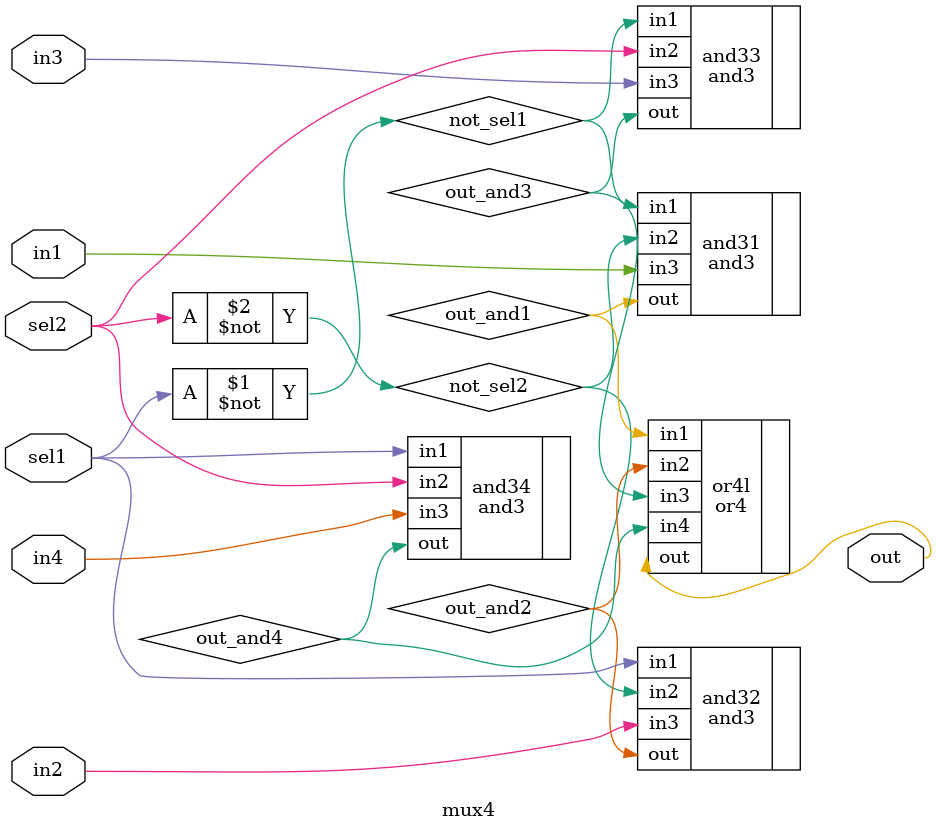
<source format=v>
`include "src/or/or4.v"
`include "src/and/and3.v"

module mux4(in1, in2, in3, in4, sel1, sel2, out);
  input in1, in2, in3, in4, sel1, sel2;
  output out;
  wire not_sel1;
  wire not_sel2;
  wire out_and1, out_and2, out_and3, out_and4;

  not not1(not_sel1, sel1);
  not not2(not_sel2, sel2);
  and3 and31(.out(out_and1), .in1(not_sel1), .in2(not_sel2), .in3(in1));
  and3 and32(.out(out_and2), .in1(sel1), .in2(not_sel2), .in3(in2));
  and3 and33(.out(out_and3), .in1(not_sel1), .in2(sel2), .in3(in3));
  and3 and34(.out(out_and4), .in1(sel1), .in2(sel2), .in3(in4));
  or4 or4l(.out(out), .in1(out_and1), .in2(out_and2), .in3(out_and3), .in4(out_and4));
endmodule

</source>
